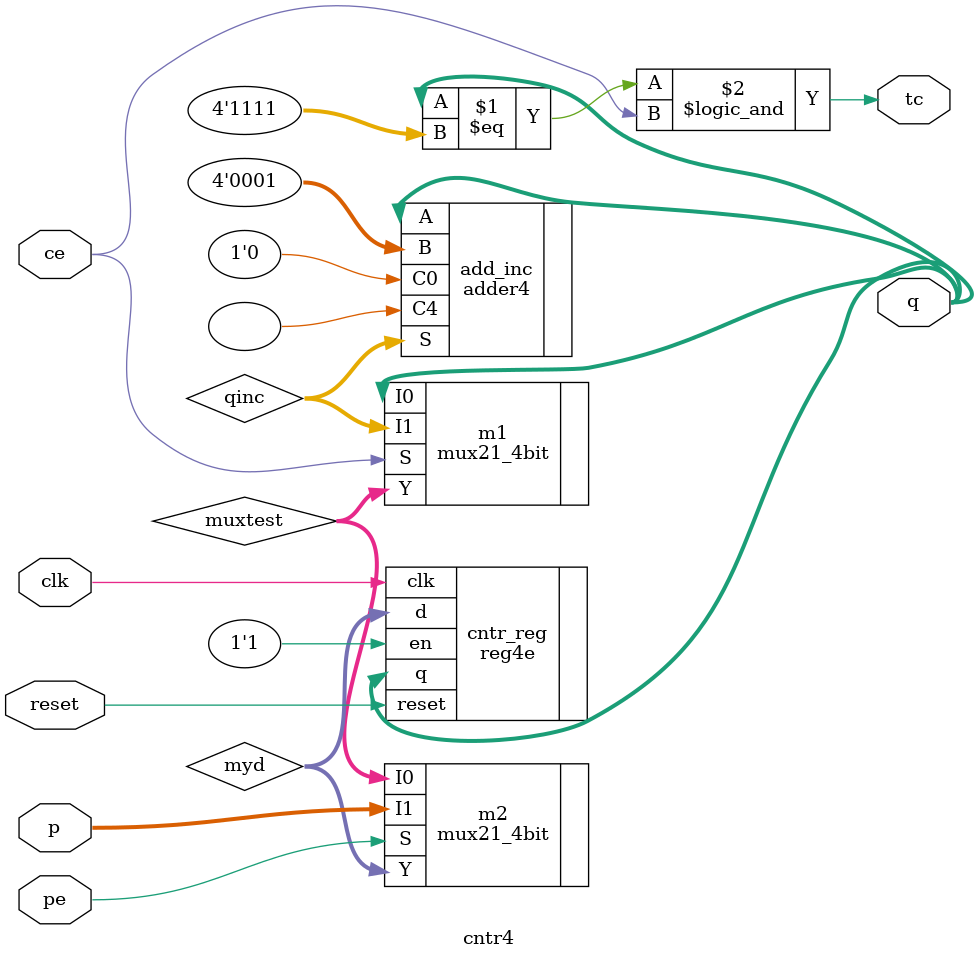
<source format=v>
`timescale 1ns / 1ps
module cntr4(
    input clk,
    input reset,
    input pe,
    input [3:0] p,
    input ce,
    output [3:0] q,
    output tc
    );

	wire [3:0] myd, qinc;
	
	adder4 add_inc(
		.A(q),
		.B(4'b0001),
		.C0(1'b0),
		.S(qinc),
		.C4() // open / unattached 
		); 
	reg4e cntr_reg(
		.clk(clk),
		.reset(reset),
		.en(1'b1), // change this if you like
		.d(myd),
	   .q(q));	
	assign tc = (q == 4'b1111) && ce;

	// Add mux21_4bit instantiations (1 or more) to complete your 4-bit counter
	//  The goal of the muxes is to select the correct value to be passed
	//  to myd (the D input of the actual register).
	wire [3:0]muxtest;
	mux21_4bit m1(
		.I0(q),
		.I1(qinc),
		.S(ce),
		.Y(muxtest));
		
	mux21_4bit m2(
		.I0(muxtest),
		.I1(p),
		.S(pe),
		.Y(myd));
	
	
		

	
	
endmodule

</source>
